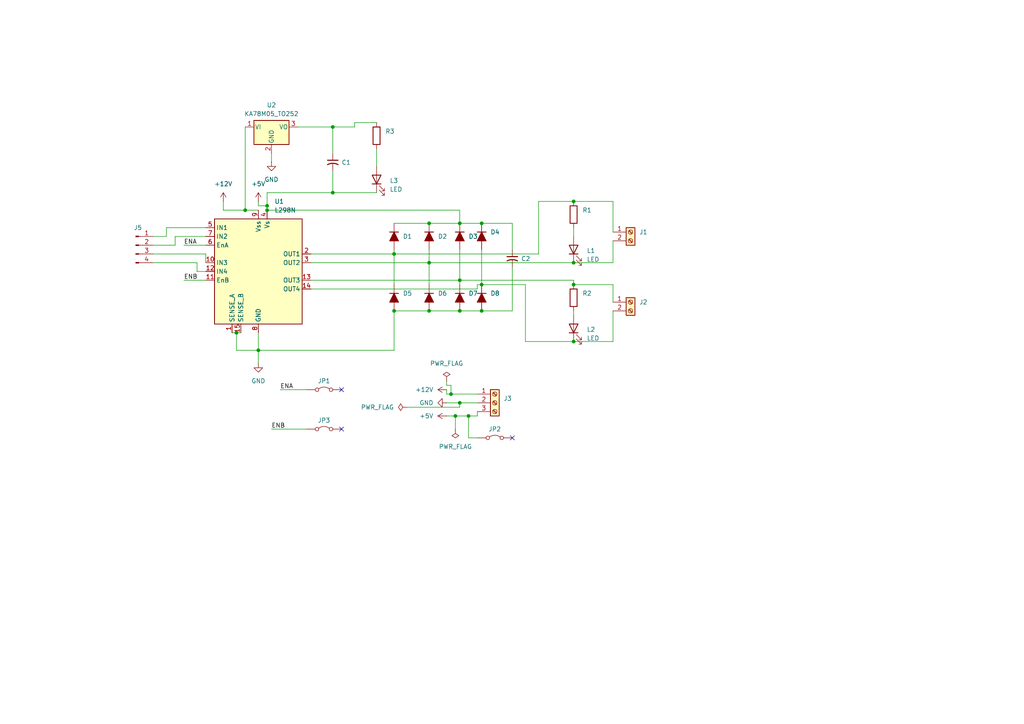
<source format=kicad_sch>
(kicad_sch (version 20250114) (generator "eeschema") (generator_version "9.0")
  (paper "A4")
  (lib_symbols
    (symbol "Connector:Conn_01x04_Pin" (pin_names (offset 1.016) (hide yes))
      (property "Reference" "J" (at 0 5.08 0))
      (property "Value" "Conn_01x04_Pin" (at 0 -7.62 0))
      (symbol "Conn_01x04_Pin_1_1"
        (rectangle (start 0.8636 2.667) (end 0 2.413) (stroke (width 0.1524)) (fill (type outline)))
        (rectangle (start 0.8636 0.127) (end 0 -0.127) (stroke (width 0.1524)) (fill (type outline)))
        (rectangle (start 0.8636 -2.413) (end 0 -2.667) (stroke (width 0.1524)) (fill (type outline)))
        (rectangle (start 0.8636 -4.953) (end 0 -5.207) (stroke (width 0.1524)) (fill (type outline)))
        (polyline (pts (xy 1.27 2.54) (xy 0.8636 2.54)) (stroke (width 0.1524)))
        (polyline (pts (xy 1.27 0) (xy 0.8636 0)) (stroke (width 0.1524)))
        (polyline (pts (xy 1.27 -2.54) (xy 0.8636 -2.54)) (stroke (width 0.1524)))
        (polyline (pts (xy 1.27 -5.08) (xy 0.8636 -5.08)) (stroke (width 0.1524)))
        (pin passive line (at 5.08 2.54 180) (length 3.81) (name "Pin_1") (number "1"))
        (pin passive line (at 5.08 0 180) (length 3.81) (name "Pin_2") (number "2"))
        (pin passive line (at 5.08 -2.54 180) (length 3.81) (name "Pin_3") (number "3"))
        (pin passive line (at 5.08 -5.08 180) (length 3.81) (name "Pin_4") (number "4"))
      )
    )
    (symbol "Connector:Screw_Terminal_01x02" (pin_names (offset 1.016) (hide yes))
      (property "Reference" "J" (at 0 2.54 0))
      (property "Value" "Screw_Terminal_01x02" (at 0 -5.08 0))
      (symbol "Screw_Terminal_01x02_1_1"
        (rectangle (start -1.27 1.27) (end 1.27 -3.81) (stroke (width 0.254)) (fill (type background)))
        (polyline (pts (xy -0.5334 0.3302) (xy 0.3302 -0.508)) (stroke (width 0.1524)))
        (polyline (pts (xy -0.5334 -2.2098) (xy 0.3302 -3.048)) (stroke (width 0.1524)))
        (polyline (pts (xy -0.3556 0.508) (xy 0.508 -0.3302)) (stroke (width 0.1524)))
        (polyline (pts (xy -0.3556 -2.032) (xy 0.508 -2.8702)) (stroke (width 0.1524)))
        (circle (center 0 0) (radius 0.635) (stroke (width 0.1524)))
        (circle (center 0 -2.54) (radius 0.635) (stroke (width 0.1524)))
        (pin passive line (at -5.08 0 0) (length 3.81) (name "Pin_1") (number "1"))
        (pin passive line (at -5.08 -2.54 0) (length 3.81) (name "Pin_2") (number "2"))
      )
    )
    (symbol "Connector:Screw_Terminal_01x03" (pin_names (offset 1.016) (hide yes))
      (property "Reference" "J" (at 0 5.08 0))
      (property "Value" "Screw_Terminal_01x03" (at 0 -5.08 0))
      (symbol "Screw_Terminal_01x03_1_1"
        (rectangle (start -1.27 3.81) (end 1.27 -3.81) (stroke (width 0.254)) (fill (type background)))
        (polyline (pts (xy -0.5334 2.8702) (xy 0.3302 2.032)) (stroke (width 0.1524)))
        (polyline (pts (xy -0.5334 0.3302) (xy 0.3302 -0.508)) (stroke (width 0.1524)))
        (polyline (pts (xy -0.5334 -2.2098) (xy 0.3302 -3.048)) (stroke (width 0.1524)))
        (polyline (pts (xy -0.3556 3.048) (xy 0.508 2.2098)) (stroke (width 0.1524)))
        (polyline (pts (xy -0.3556 0.508) (xy 0.508 -0.3302)) (stroke (width 0.1524)))
        (polyline (pts (xy -0.3556 -2.032) (xy 0.508 -2.8702)) (stroke (width 0.1524)))
        (circle (center 0 2.54) (radius 0.635) (stroke (width 0.1524)))
        (circle (center 0 0) (radius 0.635) (stroke (width 0.1524)))
        (circle (center 0 -2.54) (radius 0.635) (stroke (width 0.1524)))
        (pin passive line (at -5.08 2.54 0) (length 3.81) (name "Pin_1") (number "1"))
        (pin passive line (at -5.08 0 0) (length 3.81) (name "Pin_2") (number "2"))
        (pin passive line (at -5.08 -2.54 0) (length 3.81) (name "Pin_3") (number "3"))
      )
    )
    (symbol "Device:C_Small_US" (pin_numbers (hide yes)) (pin_names (offset 0.254) (hide yes))
      (property "Reference" "C" (at 0.254 1.778 0))
      (property "Value" "C_Small_US" (at 0.254 -2.032 0))
      (symbol "C_Small_US_0_1"
        (polyline (pts (xy -1.524 0.508) (xy 1.524 0.508)) (stroke (width 0.3048)))
        (arc (start -1.524 -0.762) (mid 0 -0.3734) (end 1.524 -0.762) (stroke (width 0.3048)))
      )
      (symbol "C_Small_US_1_1"
        (pin passive line (at 0 2.54 270) (length 2.032) (name "~") (number "1"))
        (pin passive line (at 0 -2.54 90) (length 2.032) (name "~") (number "2"))
      )
    )
    (symbol "Device:D_Filled" (pin_numbers (hide yes)) (pin_names (offset 1.016) (hide yes))
      (property "Reference" "D" (at 0 2.54 0))
      (property "Value" "D_Filled" (at 0 -2.54 0))
      (symbol "D_Filled_0_1"
        (polyline (pts (xy -1.27 1.27) (xy -1.27 -1.27)) (stroke (width 0.254)))
        (polyline (pts (xy 1.27 1.27) (xy 1.27 -1.27) (xy -1.27 0) (xy 1.27 1.27)) (stroke (width 0.254)) (fill (type outline)))
        (polyline (pts (xy 1.27 0) (xy -1.27 0)))
      )
      (symbol "D_Filled_1_1"
        (pin passive line (at -3.81 0 0) (length 2.54) (name "K") (number "1"))
        (pin passive line (at 3.81 0 180) (length 2.54) (name "A") (number "2"))
      )
    )
    (symbol "Device:LED" (pin_numbers (hide yes)) (pin_names (offset 1.016) (hide yes))
      (property "Reference" "D" (at 0 2.54 0))
      (property "Value" "LED" (at 0 -2.54 0))
      (symbol "LED_0_1"
        (polyline (pts (xy -3.048 -0.762) (xy -4.572 -2.286) (xy -3.81 -2.286) (xy -4.572 -2.286) (xy -4.572 -1.524)))
        (polyline (pts (xy -1.778 -0.762) (xy -3.302 -2.286) (xy -2.54 -2.286) (xy -3.302 -2.286) (xy -3.302 -1.524)))
        (polyline (pts (xy -1.27 0) (xy 1.27 0)))
        (polyline (pts (xy -1.27 -1.27) (xy -1.27 1.27)) (stroke (width 0.254)))
        (polyline (pts (xy 1.27 -1.27) (xy 1.27 1.27) (xy -1.27 0) (xy 1.27 -1.27)) (stroke (width 0.254)))
      )
      (symbol "LED_1_1"
        (pin passive line (at -3.81 0 0) (length 2.54) (name "K") (number "1"))
        (pin passive line (at 3.81 0 180) (length 2.54) (name "A") (number "2"))
      )
    )
    (symbol "Device:R" (pin_numbers (hide yes)) (pin_names (offset 0))
      (property "Reference" "R" (at 2.032 0 90))
      (property "Value" "R" (at 0 0 90))
      (symbol "R_0_1"
        (rectangle (start -1.016 -2.54) (end 1.016 2.54) (stroke (width 0.254)))
      )
      (symbol "R_1_1"
        (pin passive line (at 0 3.81 270) (length 1.27) (name "~") (number "1"))
        (pin passive line (at 0 -3.81 90) (length 1.27) (name "~") (number "2"))
      )
    )
    (symbol "Driver_Motor:L298N"
      (property "Reference" "U" (at -10.16 16.51 0))
      (property "Value" "L298N" (at 12.7 16.51 0))
      (symbol "L298N_0_1"
        (rectangle (start -12.7 15.24) (end 12.7 -15.24) (stroke (width 0.254)) (fill (type background)))
      )
      (symbol "L298N_1_1"
        (pin input line (at -15.24 12.7 0) (length 2.54) (name "IN1") (number "5"))
        (pin input line (at -15.24 10.16 0) (length 2.54) (name "IN2") (number "7"))
        (pin input line (at -15.24 7.62 0) (length 2.54) (name "EnA") (number "6"))
        (pin input line (at -15.24 2.54 0) (length 2.54) (name "IN3") (number "10"))
        (pin input line (at -15.24 0 0) (length 2.54) (name "IN4") (number "12"))
        (pin input line (at -15.24 -2.54 0) (length 2.54) (name "EnB") (number "11"))
        (pin input line (at -7.62 -17.78 90) (length 2.54) (name "SENSE_A") (number "1"))
        (pin input line (at -5.08 -17.78 90) (length 2.54) (name "SENSE_B") (number "15"))
        (pin power_in line (at 0 17.78 270) (length 2.54) (name "Vss") (number "9"))
        (pin power_in line (at 0 -17.78 90) (length 2.54) (name "GND") (number "8"))
        (pin power_in line (at 2.54 17.78 270) (length 2.54) (name "Vs") (number "4"))
        (pin output line (at 15.24 5.08 180) (length 2.54) (name "OUT1") (number "2"))
        (pin output line (at 15.24 2.54 180) (length 2.54) (name "OUT2") (number "3"))
        (pin output line (at 15.24 -2.54 180) (length 2.54) (name "OUT3") (number "13"))
        (pin output line (at 15.24 -5.08 180) (length 2.54) (name "OUT4") (number "14"))
      )
    )
    (symbol "Jumper:Jumper_2_Bridged" (pin_numbers (hide yes)) (pin_names (offset 0) (hide yes))
      (property "Reference" "JP" (at 0 1.905 0))
      (property "Value" "Jumper_2_Bridged" (at 0 -2.54 0))
      (symbol "Jumper_2_Bridged_0_0"
        (circle (center -2.032 0) (radius 0.508))
        (circle (center 2.032 0) (radius 0.508))
      )
      (symbol "Jumper_2_Bridged_0_1"
        (arc (start -1.524 0.254) (mid 0 0.762) (end 1.524 0.254))
      )
      (symbol "Jumper_2_Bridged_1_1"
        (pin passive line (at -5.08 0 0) (length 2.54) (name "A") (number "1"))
        (pin passive line (at 5.08 0 180) (length 2.54) (name "B") (number "2"))
      )
    )
    (symbol "Regulator_Linear:KA78M05_TO252" (pin_names (offset 0.254))
      (property "Reference" "U" (at -3.81 3.175 0))
      (property "Value" "KA78M05_TO252" (at 0 3.175 0))
      (symbol "KA78M05_TO252_0_1"
        (rectangle (start -5.08 1.905) (end 5.08 -5.08) (stroke (width 0.254)) (fill (type background)))
      )
      (symbol "KA78M05_TO252_1_1"
        (pin power_in line (at -7.62 0 0) (length 2.54) (name "VI") (number "1"))
        (pin power_in line (at 0 -7.62 90) (length 2.54) (name "GND") (number "2"))
        (pin power_out line (at 7.62 0 180) (length 2.54) (name "VO") (number "3"))
      )
    )
    (symbol "power:+12V" (power) (pin_numbers (hide yes)) (pin_names (offset 0) (hide yes))
      (property "Value" "+12V" (at 0 3.556 0))
      (symbol "+12V_0_1"
        (polyline (pts (xy -0.762 1.27) (xy 0 2.54)))
        (polyline (pts (xy 0 2.54) (xy 0.762 1.27)))
        (polyline (pts (xy 0 0) (xy 0 2.54)))
      )
      (symbol "+12V_1_1"
        (pin power_in line (at 0 0 90) (length 0) (name "~") (number "1"))
      )
    )
    (symbol "power:+5V" (power) (pin_numbers (hide yes)) (pin_names (offset 0) (hide yes))
      (property "Value" "+5V" (at 0 3.556 0))
      (symbol "+5V_0_1"
        (polyline (pts (xy -0.762 1.27) (xy 0 2.54)))
        (polyline (pts (xy 0 2.54) (xy 0.762 1.27)))
        (polyline (pts (xy 0 0) (xy 0 2.54)))
      )
      (symbol "+5V_1_1"
        (pin power_in line (at 0 0 90) (length 0) (name "~") (number "1"))
      )
    )
    (symbol "power:GND" (power) (pin_numbers (hide yes)) (pin_names (offset 0) (hide yes))
      (property "Value" "GND" (at 0 -3.81 0))
      (symbol "GND_0_1"
        (polyline (pts (xy 0 0) (xy 0 -1.27) (xy 1.27 -1.27) (xy 0 -2.54) (xy -1.27 -1.27) (xy 0 -1.27)))
      )
      (symbol "GND_1_1"
        (pin power_in line (at 0 0 270) (length 0) (name "~") (number "1"))
      )
    )
    (symbol "power:PWR_FLAG" (power) (pin_numbers (hide yes)) (pin_names (offset 0) (hide yes))
      (property "Value" "PWR_FLAG" (at 0 3.81 0))
      (symbol "PWR_FLAG_0_0"
        (pin power_out line (at 0 0 90) (length 0) (name "~") (number "1"))
      )
      (symbol "PWR_FLAG_0_1"
        (polyline (pts (xy 0 0) (xy 0 1.27) (xy -1.016 1.905) (xy 0 2.54) (xy 1.016 1.905) (xy 0 1.27)))
      )
    )
  )
  (junction (at 166.37 82.55))
  (junction (at 124.46 76.2))
  (junction (at 114.3 73.66))
  (junction (at 139.7 82.55))
  (junction (at 135.89 120.65))
  (junction (at 124.46 90.17))
  (junction (at 166.37 99.06))
  (junction (at 166.37 58.42))
  (junction (at 139.7 64.77))
  (junction (at 139.7 90.17))
  (junction (at 114.3 90.17))
  (junction (at 96.52 55.88))
  (junction (at 68.58 96.52))
  (junction (at 132.08 120.65))
  (junction (at 71.12 60.96))
  (junction (at 124.46 64.77))
  (junction (at 77.47 60.96))
  (junction (at 77.47 59.69))
  (junction (at 133.35 116.84))
  (junction (at 133.35 81.28))
  (junction (at 133.35 64.77))
  (junction (at 133.35 90.17))
  (junction (at 74.93 101.6))
  (junction (at 96.52 36.83))
  (junction (at 166.37 76.2))
  (junction (at 130.81 114.3))
  (no_connect (at 148.59 127))
  (no_connect (at 99.06 124.46))
  (no_connect (at 99.06 113.03))
  (wire (pts (xy 59.69 73.66) (xy 59.69 76.2)))
  (wire (pts (xy 124.46 76.2) (xy 124.46 82.55)))
  (wire (pts (xy 53.34 81.28) (xy 59.69 81.28)))
  (wire (pts (xy 44.45 73.66) (xy 59.69 73.66)))
  (wire (pts (xy 102.87 36.83) (xy 102.87 35.56)))
  (wire (pts (xy 114.3 64.77) (xy 124.46 64.77)))
  (wire (pts (xy 102.87 35.56) (xy 109.22 35.56)))
  (wire (pts (xy 118.11 118.11) (xy 133.35 118.11)))
  (wire (pts (xy 68.58 96.52) (xy 69.85 96.52)))
  (wire (pts (xy 166.37 66.04) (xy 166.37 68.58)))
  (wire (pts (xy 124.46 64.77) (xy 133.35 64.77)))
  (wire (pts (xy 90.17 73.66) (xy 114.3 73.66)))
  (wire (pts (xy 138.43 83.82) (xy 138.43 82.55)))
  (wire (pts (xy 138.43 82.55) (xy 139.7 82.55)))
  (wire (pts (xy 90.17 81.28) (xy 133.35 81.28)))
  (wire (pts (xy 138.43 114.3) (xy 130.81 114.3)))
  (wire (pts (xy 74.93 101.6) (xy 74.93 96.52)))
  (wire (pts (xy 71.12 36.83) (xy 71.12 60.96)))
  (wire (pts (xy 86.36 36.83) (xy 96.52 36.83)))
  (wire (pts (xy 148.59 64.77) (xy 148.59 72.39)))
  (wire (pts (xy 71.12 60.96) (xy 74.93 60.96)))
  (wire (pts (xy 129.54 110.49) (xy 129.54 111.76)))
  (wire (pts (xy 139.7 72.39) (xy 139.7 82.55)))
  (wire (pts (xy 177.8 90.17) (xy 177.8 99.06)))
  (wire (pts (xy 77.47 60.96) (xy 133.35 60.96)))
  (wire (pts (xy 124.46 72.39) (xy 124.46 76.2)))
  (wire (pts (xy 135.89 120.65) (xy 138.43 120.65)))
  (wire (pts (xy 130.81 111.76) (xy 130.81 114.3)))
  (wire (pts (xy 68.58 101.6) (xy 74.93 101.6)))
  (wire (pts (xy 133.35 64.77) (xy 139.7 64.77)))
  (wire (pts (xy 156.21 58.42) (xy 166.37 58.42)))
  (wire (pts (xy 114.3 101.6) (xy 114.3 90.17)))
  (wire (pts (xy 74.93 59.69) (xy 77.47 59.69)))
  (wire (pts (xy 81.28 113.03) (xy 88.9 113.03)))
  (wire (pts (xy 50.8 71.12) (xy 50.8 68.58)))
  (wire (pts (xy 124.46 90.17) (xy 133.35 90.17)))
  (wire (pts (xy 48.26 68.58) (xy 48.26 66.04)))
  (wire (pts (xy 132.08 120.65) (xy 135.89 120.65)))
  (wire (pts (xy 135.89 127) (xy 138.43 127)))
  (wire (pts (xy 129.54 116.84) (xy 133.35 116.84)))
  (wire (pts (xy 139.7 64.77) (xy 148.59 64.77)))
  (wire (pts (xy 109.22 43.18) (xy 109.22 48.26)))
  (wire (pts (xy 130.81 114.3) (xy 129.54 114.3)))
  (wire (pts (xy 166.37 81.28) (xy 166.37 82.55)))
  (wire (pts (xy 64.77 58.42) (xy 64.77 60.96)))
  (wire (pts (xy 166.37 58.42) (xy 177.8 58.42)))
  (wire (pts (xy 138.43 120.65) (xy 138.43 119.38)))
  (wire (pts (xy 139.7 82.55) (xy 152.4 82.55)))
  (wire (pts (xy 177.8 82.55) (xy 177.8 87.63)))
  (wire (pts (xy 114.3 73.66) (xy 156.21 73.66)))
  (wire (pts (xy 177.8 99.06) (xy 166.37 99.06)))
  (wire (pts (xy 53.34 71.12) (xy 59.69 71.12)))
  (wire (pts (xy 129.54 111.76) (xy 130.81 111.76)))
  (wire (pts (xy 152.4 99.06) (xy 166.37 99.06)))
  (wire (pts (xy 135.89 120.65) (xy 135.89 127)))
  (wire (pts (xy 78.74 44.45) (xy 78.74 46.99)))
  (wire (pts (xy 90.17 76.2) (xy 124.46 76.2)))
  (wire (pts (xy 133.35 81.28) (xy 166.37 81.28)))
  (wire (pts (xy 77.47 55.88) (xy 96.52 55.88)))
  (wire (pts (xy 67.31 96.52) (xy 68.58 96.52)))
  (wire (pts (xy 148.59 77.47) (xy 148.59 90.17)))
  (wire (pts (xy 132.08 120.65) (xy 132.08 124.46)))
  (wire (pts (xy 50.8 68.58) (xy 59.69 68.58)))
  (wire (pts (xy 166.37 76.2) (xy 177.8 76.2)))
  (wire (pts (xy 177.8 76.2) (xy 177.8 69.85)))
  (wire (pts (xy 114.3 72.39) (xy 114.3 73.66)))
  (wire (pts (xy 96.52 49.53) (xy 96.52 55.88)))
  (wire (pts (xy 133.35 118.11) (xy 133.35 116.84)))
  (wire (pts (xy 64.77 60.96) (xy 71.12 60.96)))
  (wire (pts (xy 74.93 58.42) (xy 74.93 59.69)))
  (wire (pts (xy 96.52 36.83) (xy 96.52 44.45)))
  (wire (pts (xy 166.37 82.55) (xy 177.8 82.55)))
  (wire (pts (xy 129.54 114.3) (xy 129.54 113.03)))
  (wire (pts (xy 77.47 55.88) (xy 77.47 59.69)))
  (wire (pts (xy 177.8 58.42) (xy 177.8 67.31)))
  (wire (pts (xy 133.35 81.28) (xy 133.35 82.55)))
  (wire (pts (xy 124.46 76.2) (xy 166.37 76.2)))
  (wire (pts (xy 96.52 55.88) (xy 109.22 55.88)))
  (wire (pts (xy 57.15 78.74) (xy 59.69 78.74)))
  (wire (pts (xy 156.21 73.66) (xy 156.21 58.42)))
  (wire (pts (xy 133.35 60.96) (xy 133.35 64.77)))
  (wire (pts (xy 44.45 68.58) (xy 48.26 68.58)))
  (wire (pts (xy 77.47 59.69) (xy 77.47 60.96)))
  (wire (pts (xy 133.35 116.84) (xy 138.43 116.84)))
  (wire (pts (xy 166.37 90.17) (xy 166.37 91.44)))
  (wire (pts (xy 148.59 90.17) (xy 139.7 90.17)))
  (wire (pts (xy 44.45 76.2) (xy 57.15 76.2)))
  (wire (pts (xy 96.52 36.83) (xy 102.87 36.83)))
  (wire (pts (xy 133.35 90.17) (xy 139.7 90.17)))
  (wire (pts (xy 114.3 73.66) (xy 114.3 82.55)))
  (wire (pts (xy 133.35 72.39) (xy 133.35 81.28)))
  (wire (pts (xy 48.26 66.04) (xy 59.69 66.04)))
  (wire (pts (xy 68.58 96.52) (xy 68.58 101.6)))
  (wire (pts (xy 57.15 76.2) (xy 57.15 78.74)))
  (wire (pts (xy 74.93 101.6) (xy 114.3 101.6)))
  (wire (pts (xy 129.54 120.65) (xy 132.08 120.65)))
  (wire (pts (xy 78.74 124.46) (xy 88.9 124.46)))
  (wire (pts (xy 44.45 71.12) (xy 50.8 71.12)))
  (wire (pts (xy 74.93 101.6) (xy 74.93 105.41)))
  (wire (pts (xy 114.3 90.17) (xy 124.46 90.17)))
  (wire (pts (xy 152.4 82.55) (xy 152.4 99.06)))
  (wire (pts (xy 90.17 83.82) (xy 138.43 83.82)))
  (label "ENA" (at 81.28 113.03 0))
  (label "ENB" (at 78.74 124.46 0))
  (label "ENA" (at 53.34 71.12 0))
  (label "ENB" (at 53.34 81.28 0))
  (symbol (lib_id "Jumper:Jumper_2_Bridged") (at 93.98 124.46 0) (unit 1)
    (property "Reference" "JP3" (at 93.98 121.92 0))
    (property "Value" "Jumper_2_Bridged" (effects (hide yes)))
    (property "Footprint" "TestPoint:TestPoint_2Pads_Pitch2.54mm_Drill0.8mm" (effects (hide yes)))
    (property "Description" "Jumper, 2-pole, closed/bridged" (effects (hide yes)))
  )
  (symbol (lib_id "Device:R") (at 166.37 62.23 0) (unit 1)
    (property "Reference" "R1" (at 168.91 60.9599 0) (effects (justify left)))
    (property "Value" "R" (effects (hide yes)))
    (property "Footprint" "Resistor_SMD:R_0805_2012Metric" (effects (hide yes)))
    (property "Description" "Resistor" (effects (hide yes)))
  )
  (symbol (lib_id "Device:LED") (at 166.37 72.39 90) (unit 1)
    (property "Reference" "L1" (at 170.18 72.7074 90) (effects (justify right)))
    (property "Value" "LED" (at 170.18 75.2474 90) (effects (justify right)))
    (property "Footprint" "LED_SMD:LED_0805_2012Metric" (effects (hide yes)))
    (property "Description" "Light emitting diode" (effects (hide yes)))
    (property "Sim.Pins" "1=K 2=A" (effects (hide yes)))
  )
  (symbol (lib_id "Device:D_Filled") (at 114.3 86.36 270) (unit 1)
    (property "Reference" "D5" (at 116.84 85.0899 90) (effects (justify left)))
    (property "Value" "D_Filled" (effects (hide yes)))
    (property "Footprint" "Diode_SMD:D_2010_5025Metric" (effects (hide yes)))
    (property "Description" "Diode, filled shape" (effects (hide yes)))
    (property "Sim.Device" "D" (effects (hide yes)))
    (property "Sim.Pins" "1=K 2=A" (effects (hide yes)))
  )
  (symbol (lib_id "Connector:Screw_Terminal_01x02") (at 182.88 67.31 0) (unit 1)
    (property "Reference" "J1" (at 185.42 67.3099 0) (effects (justify left)))
    (property "Value" "Screw_Terminal_01x02" (effects (hide yes)))
    (property "Footprint" "TerminalBlock_Phoenix:TerminalBlock_Phoenix_MPT-0,5-2-2.54_1x02_P2.54mm_Horizontal" (effects (hide yes)))
    (property "Description" "Generic screw terminal, single row, 01x02, script generated (kicad-library-utils/schlib/autogen/connector/)" (effects (hide yes)))
  )
  (symbol (lib_id "power:GND") (at 74.93 105.41 0) (unit 1)
    (property "Reference" "#PWR02" (effects (hide yes)))
    (property "Value" "GND" (at 74.93 110.49 0))
    (property "Description" "Power symbol creates a global label with name \"GND\" , ground" (effects (hide yes)))
  )
  (symbol (lib_id "power:+5V") (at 74.93 58.42 0) (unit 1)
    (property "Reference" "#PWR07" (effects (hide yes)))
    (property "Value" "+5V" (at 74.93 53.34 0))
    (property "Description" "Power symbol creates a global label with name \"+5V\"" (effects (hide yes)))
  )
  (symbol (lib_id "Regulator_Linear:KA78M05_TO252") (at 78.74 36.83 0) (unit 1)
    (property "Reference" "U2" (at 78.74 30.48 0))
    (property "Value" "KA78M05_TO252" (at 78.74 33.02 0))
    (property "Footprint" "Package_TO_SOT_SMD:TO-252-2" (effects (hide yes)))
    (property "Datasheet" "https://www.onsemi.com/pub/Collateral/MC78M00-D.PDF" (effects (hide yes)))
    (property "Description" "Positive 500mA 35V Linear Regulator, Fixed Output 5V, TO-252 (D-PAK)" (effects (hide yes)))
  )
  (symbol (lib_id "Jumper:Jumper_2_Bridged") (at 143.51 127 0) (unit 1)
    (property "Reference" "JP2" (at 143.51 124.46 0))
    (property "Value" "Jumper_2_Bridged" (effects (hide yes)))
    (property "Footprint" "TestPoint:TestPoint_2Pads_Pitch2.54mm_Drill0.8mm" (effects (hide yes)))
    (property "Description" "Jumper, 2-pole, closed/bridged" (effects (hide yes)))
  )
  (symbol (lib_id "Device:D_Filled") (at 133.35 68.58 270) (unit 1)
    (property "Reference" "D3" (at 135.89 68.5799 90) (effects (justify left)))
    (property "Value" "D_Filled" (effects (hide yes)))
    (property "Footprint" "Diode_SMD:D_2010_5025Metric" (effects (hide yes)))
    (property "Description" "Diode, filled shape" (effects (hide yes)))
    (property "Sim.Device" "D" (effects (hide yes)))
    (property "Sim.Pins" "1=K 2=A" (effects (hide yes)))
  )
  (symbol (lib_id "Device:R") (at 166.37 86.36 0) (unit 1)
    (property "Reference" "R2" (at 168.91 85.0899 0) (effects (justify left)))
    (property "Value" "R" (effects (hide yes)))
    (property "Footprint" "Resistor_SMD:R_0805_2012Metric" (effects (hide yes)))
    (property "Description" "Resistor" (effects (hide yes)))
  )
  (symbol (lib_id "Device:D_Filled") (at 124.46 68.58 270) (unit 1)
    (property "Reference" "D2" (at 127 68.5799 90) (effects (justify left)))
    (property "Value" "D_Filled" (effects (hide yes)))
    (property "Footprint" "Diode_SMD:D_2010_5025Metric" (effects (hide yes)))
    (property "Description" "Diode, filled shape" (effects (hide yes)))
    (property "Sim.Device" "D" (effects (hide yes)))
    (property "Sim.Pins" "1=K 2=A" (effects (hide yes)))
  )
  (symbol (lib_id "Device:D_Filled") (at 124.46 86.36 270) (unit 1)
    (property "Reference" "D6" (at 127 85.0899 90) (effects (justify left)))
    (property "Value" "D_Filled" (effects (hide yes)))
    (property "Footprint" "Diode_SMD:D_2010_5025Metric" (effects (hide yes)))
    (property "Description" "Diode, filled shape" (effects (hide yes)))
    (property "Sim.Device" "D" (effects (hide yes)))
    (property "Sim.Pins" "1=K 2=A" (effects (hide yes)))
  )
  (symbol (lib_id "Device:R") (at 109.22 39.37 0) (unit 1)
    (property "Reference" "R3" (at 111.76 38.0999 0) (effects (justify left)))
    (property "Value" "R" (effects (hide yes)))
    (property "Footprint" "Resistor_SMD:R_0805_2012Metric" (effects (hide yes)))
    (property "Description" "Resistor" (effects (hide yes)))
  )
  (symbol (lib_id "Device:D_Filled") (at 133.35 86.36 270) (unit 1)
    (property "Reference" "D7" (at 135.89 85.0899 90) (effects (justify left)))
    (property "Value" "D_Filled" (effects (hide yes)))
    (property "Footprint" "Diode_SMD:D_2010_5025Metric" (effects (hide yes)))
    (property "Description" "Diode, filled shape" (effects (hide yes)))
    (property "Sim.Device" "D" (effects (hide yes)))
    (property "Sim.Pins" "1=K 2=A" (effects (hide yes)))
  )
  (symbol (lib_id "Device:D_Filled") (at 114.3 68.58 270) (unit 1)
    (property "Reference" "D1" (at 116.84 68.5799 90) (effects (justify left)))
    (property "Value" "D_Filled" (effects (hide yes)))
    (property "Footprint" "Diode_SMD:D_2010_5025Metric" (effects (hide yes)))
    (property "Description" "Diode, filled shape" (effects (hide yes)))
    (property "Sim.Device" "D" (effects (hide yes)))
    (property "Sim.Pins" "1=K 2=A" (effects (hide yes)))
  )
  (symbol (lib_id "power:PWR_FLAG") (at 129.54 110.49 0) (unit 1)
    (property "Reference" "#FLG01" (effects (hide yes)))
    (property "Value" "PWR_FLAG" (at 129.54 105.41 0))
    (property "Description" "Special symbol for telling ERC where power comes from" (effects (hide yes)))
  )
  (symbol (lib_id "power:PWR_FLAG") (at 132.08 124.46 180) (unit 1)
    (property "Reference" "#FLG02" (effects (hide yes)))
    (property "Value" "PWR_FLAG" (at 132.08 129.54 0))
    (property "Description" "Special symbol for telling ERC where power comes from" (effects (hide yes)))
  )
  (symbol (lib_id "Device:LED") (at 109.22 52.07 90) (unit 1)
    (property "Reference" "L3" (at 113.03 52.3874 90) (effects (justify right)))
    (property "Value" "LED" (at 113.03 54.9274 90) (effects (justify right)))
    (property "Footprint" "LED_SMD:LED_0805_2012Metric" (effects (hide yes)))
    (property "Description" "Light emitting diode" (effects (hide yes)))
    (property "Sim.Pins" "1=K 2=A" (effects (hide yes)))
  )
  (symbol (lib_id "Connector:Screw_Terminal_01x03") (at 143.51 116.84 0) (unit 1)
    (property "Reference" "J3" (at 146.05 115.5699 0) (effects (justify left)))
    (property "Value" "Screw_Terminal_01x03" (effects (hide yes)))
    (property "Footprint" "TerminalBlock_Phoenix:TerminalBlock_Phoenix_MPT-0,5-3-2.54_1x03_P2.54mm_Horizontal" (effects (hide yes)))
    (property "Description" "Generic screw terminal, single row, 01x03, script generated (kicad-library-utils/schlib/autogen/connector/)" (effects (hide yes)))
  )
  (symbol (lib_id "power:+12V") (at 129.54 113.03 90) (unit 1)
    (property "Reference" "#PWR04" (effects (hide yes)))
    (property "Value" "+12V" (at 125.73 113.0299 90) (effects (justify left)))
    (property "Description" "Power symbol creates a global label with name \"+12V\"" (effects (hide yes)))
  )
  (symbol (lib_id "Connector:Screw_Terminal_01x02") (at 182.88 87.63 0) (unit 1)
    (property "Reference" "J2" (at 185.42 87.6299 0) (effects (justify left)))
    (property "Value" "Screw_Terminal_01x02" (effects (hide yes)))
    (property "Footprint" "TerminalBlock_Phoenix:TerminalBlock_Phoenix_MPT-0,5-2-2.54_1x02_P2.54mm_Horizontal" (effects (hide yes)))
    (property "Description" "Generic screw terminal, single row, 01x02, script generated (kicad-library-utils/schlib/autogen/connector/)" (effects (hide yes)))
  )
  (symbol (lib_id "power:+12V") (at 64.77 58.42 0) (unit 1)
    (property "Reference" "#PWR05" (effects (hide yes)))
    (property "Value" "+12V" (at 64.77 53.34 0))
    (property "Description" "Power symbol creates a global label with name \"+12V\"" (effects (hide yes)))
  )
  (symbol (lib_id "Device:LED") (at 166.37 95.25 90) (unit 1)
    (property "Reference" "L2" (at 170.18 95.5674 90) (effects (justify right)))
    (property "Value" "LED" (at 170.18 98.1074 90) (effects (justify right)))
    (property "Footprint" "LED_SMD:LED_0805_2012Metric" (effects (hide yes)))
    (property "Description" "Light emitting diode" (effects (hide yes)))
    (property "Sim.Pins" "1=K 2=A" (effects (hide yes)))
  )
  (symbol (lib_id "Jumper:Jumper_2_Bridged") (at 93.98 113.03 0) (unit 1)
    (property "Reference" "JP1" (at 93.98 110.49 0))
    (property "Value" "Jumper_2_Bridged" (effects (hide yes)))
    (property "Footprint" "TestPoint:TestPoint_2Pads_Pitch2.54mm_Drill0.8mm" (effects (hide yes)))
    (property "Description" "Jumper, 2-pole, closed/bridged" (effects (hide yes)))
  )
  (symbol (lib_id "Device:D_Filled") (at 139.7 86.36 270) (unit 1)
    (property "Reference" "D8" (at 142.24 85.0899 90) (effects (justify left)))
    (property "Value" "D_Filled" (effects (hide yes)))
    (property "Footprint" "Diode_SMD:D_2010_5025Metric" (effects (hide yes)))
    (property "Description" "Diode, filled shape" (effects (hide yes)))
    (property "Sim.Device" "D" (effects (hide yes)))
    (property "Sim.Pins" "1=K 2=A" (effects (hide yes)))
  )
  (symbol (lib_id "Connector:Conn_01x04_Pin") (at 39.37 71.12 0) (unit 1)
    (property "Reference" "J5" (at 40.005 66.04 0))
    (property "Value" "Conn_02x04_Odd_Even" (effects (hide yes)))
    (property "Footprint" "Connector_PinHeader_2.54mm:PinHeader_1x04_P2.54mm_Vertical" (effects (hide yes)))
    (property "Description" "Generic connector, single row, 01x04, script generated" (effects (hide yes)))
  )
  (symbol (lib_id "power:+5V") (at 129.54 120.65 90) (unit 1)
    (property "Reference" "#PWR06" (effects (hide yes)))
    (property "Value" "+5V" (at 125.73 120.6499 90) (effects (justify left)))
    (property "Description" "Power symbol creates a global label with name \"+5V\"" (effects (hide yes)))
  )
  (symbol (lib_id "power:PWR_FLAG") (at 118.11 118.11 90) (unit 1)
    (property "Reference" "#FLG03" (effects (hide yes)))
    (property "Value" "PWR_FLAG" (at 114.3 118.1099 90) (effects (justify left)))
    (property "Description" "Special symbol for telling ERC where power comes from" (effects (hide yes)))
  )
  (symbol (lib_id "power:GND") (at 78.74 46.99 0) (unit 1)
    (property "Reference" "#PWR01" (effects (hide yes)))
    (property "Value" "GND" (at 78.74 52.07 0))
    (property "Description" "Power symbol creates a global label with name \"GND\" , ground" (effects (hide yes)))
  )
  (symbol (lib_id "power:GND") (at 129.54 116.84 270) (unit 1)
    (property "Reference" "#PWR03" (effects (hide yes)))
    (property "Value" "GND" (at 125.73 116.8399 90) (effects (justify right)))
    (property "Description" "Power symbol creates a global label with name \"GND\" , ground" (effects (hide yes)))
  )
  (symbol (lib_id "Device:D_Filled") (at 139.7 68.58 270) (unit 1)
    (property "Reference" "D4" (at 142.24 67.3099 90) (effects (justify left)))
    (property "Value" "D_Filled" (effects (hide yes)))
    (property "Footprint" "Diode_SMD:D_2010_5025Metric" (effects (hide yes)))
    (property "Description" "Diode, filled shape" (effects (hide yes)))
    (property "Sim.Device" "D" (effects (hide yes)))
    (property "Sim.Pins" "1=K 2=A" (effects (hide yes)))
  )
  (symbol (lib_id "Driver_Motor:L298N") (at 74.93 78.74 0) (unit 1)
    (property "Reference" "U1" (at 79.6133 58.42 0) (effects (justify left)))
    (property "Value" "L298N" (at 79.6133 60.96 0) (effects (justify left)))
    (property "Footprint" "Package_TO_SOT_THT:TO-220-15_P2.54x5.08mm_StaggerOdd_Lead4.58mm_Vertical" (effects (hide yes)))
    (property "Datasheet" "http://www.st.com/st-web-ui/static/active/en/resource/technical/document/datasheet/CD00000240.pdf" (effects (hide yes)))
    (property "Description" "Dual full bridge motor driver, up to 46V, 4A, Multiwatt15-V" (effects (hide yes)))
  )
  (symbol (lib_id "Device:C_Small_US") (at 96.52 46.99 0) (unit 1)
    (property "Reference" "C1" (at 99.06 47.1169 0) (effects (justify left)))
    (property "Value" "200uf" (effects (hide yes)))
    (property "Footprint" "Capacitor_SMD:C_Elec_3x5.4" (effects (hide yes)))
    (property "Description" "capacitor, small US symbol" (effects (hide yes)))
  )
  (symbol (lib_id "Device:C_Small_US") (at 148.59 74.93 0) (unit 1)
    (property "Reference" "C2" (at 151.13 75.0569 0) (effects (justify left)))
    (property "Value" "200uf" (effects (hide yes)))
    (property "Footprint" "Capacitor_SMD:C_Elec_3x5.4" (effects (hide yes)))
    (property "Description" "capacitor, small US symbol" (effects (hide yes)))
  )
)
</source>
